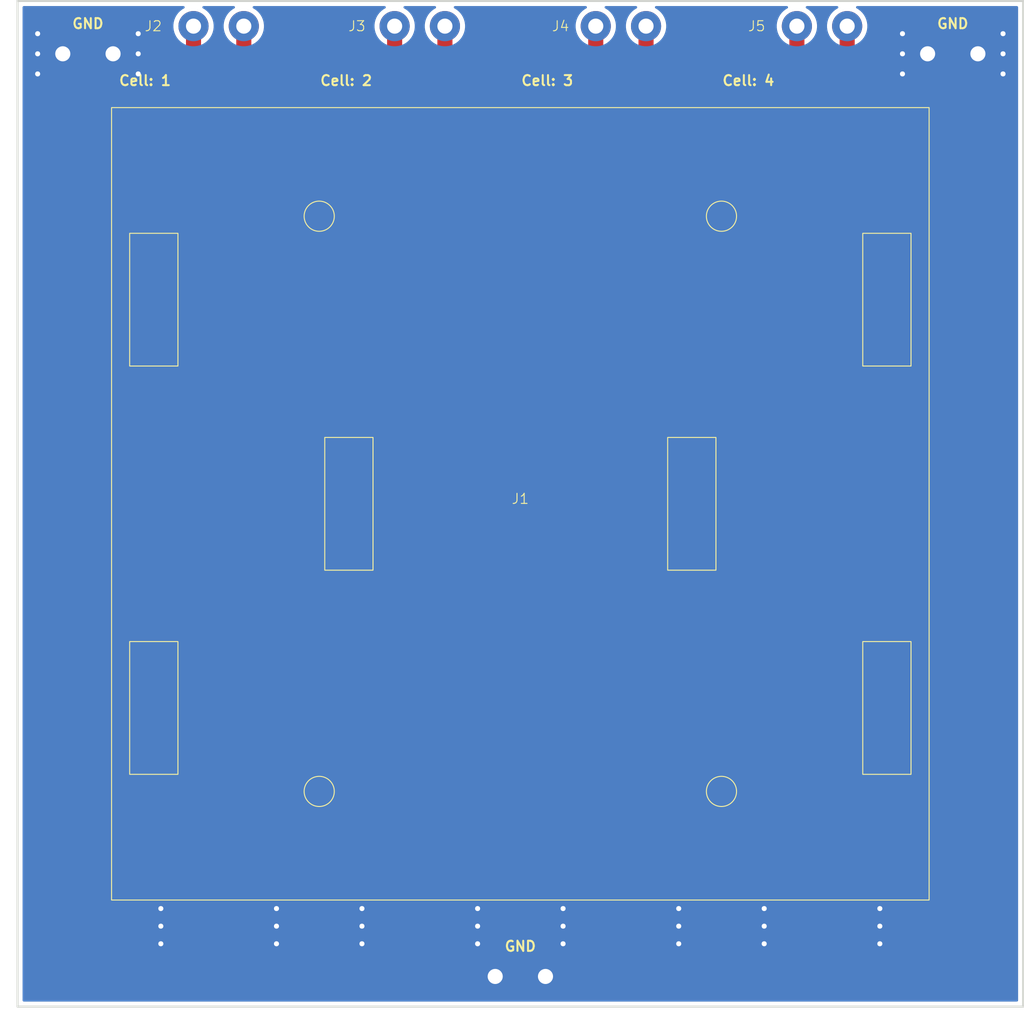
<source format=kicad_pcb>
(kicad_pcb (version 20241229) (generator "pcbnew") (generator_version "9.0")
  (layers (0 "F.Cu" signal) (2 "B.Cu" signal) (13 "F.Paste" user) (15 "B.Paste" user) (5 "F.SilkS" user "F.Silkscreen") (7 "B.SilkS" user "B.Silkscreen") (1 "F.Mask" user) (3 "B.Mask" user) (25 "Edge.Cuts" user))
  (net 0 "")
  (net 1 "Net-(J1-B1+)")
  (net 2 "Net-(J1-B2+)")
  (net 3 "Net-(J1-B3+)")
  (net 4 "Net-(J1-B4+)")
  (net 5 "GND")
  (footprint "JK_footprints:Faston_C27636945" (layer "F.Cu") (at 85.5 45)
    (property "Reference" "GND" (at 2.5 -3 0) (layer "F.SilkS") (effects (font (thickness 0.2) (bold yes))))
    (property "Value" "Conn_01x01_Pin")
    (pad "1" thru_hole circle (at 0 0) (size 3 3) (drill 1.5) (layers "*.Cu" "*.Mask") (net 5 "GND"))
    (pad "1" thru_hole circle (at 5 0) (size 3 3) (drill 1.5) (layers "*.Cu" "*.Mask") (net 5 "GND"))
  )
  (footprint "JK_footprints:Faston_C27636945" (layer "F.Cu") (at 171.5 45)
    (property "Reference" "GND" (at 2.5 -3 0) (layer "F.SilkS") (effects (font (thickness 0.2) (bold yes))))
    (property "Value" "Conn_01x01_Pin")
    (pad "1" thru_hole circle (at 0 0) (size 3 3) (drill 1.5) (layers "*.Cu" "*.Mask") (net 5 "GND"))
    (pad "1" thru_hole circle (at 5 0) (size 3 3) (drill 1.5) (layers "*.Cu" "*.Mask") (net 5 "GND"))
  )
  (footprint "JK_footprints:Faston_C27636945" (layer "F.Cu") (at 118.5 42.25)
    (property "Reference" "J3" (at -3.75 0 0) (layer "F.SilkS") (effects (font (thickness 0.1))))
    (property "Value" "Conn_01x01_Pin")
    (pad "1" thru_hole circle (at 0 0) (size 3 3) (drill 1.5) (layers "*.Cu" "*.Mask") (net 2 "Net-(J1-B2+)"))
    (pad "1" thru_hole circle (at 5 0) (size 3 3) (drill 1.5) (layers "*.Cu" "*.Mask") (net 2 "Net-(J1-B2+)"))
  )
  (footprint "JK_footprints:Faston_C27636945" (layer "F.Cu") (at 158.5 42.25)
    (property "Reference" "J5" (at -4 0 0) (layer "F.SilkS") (effects (font (thickness 0.1))))
    (property "Value" "Conn_01x01_Pin")
    (pad "1" thru_hole circle (at 0 0) (size 3 3) (drill 1.5) (layers "*.Cu" "*.Mask") (net 4 "Net-(J1-B4+)"))
    (pad "1" thru_hole circle (at 5 0) (size 3 3) (drill 1.5) (layers "*.Cu" "*.Mask") (net 4 "Net-(J1-B4+)"))
  )
  (footprint "JK_footprints:4xCellHolder_18650" (layer "F.Cu") (at 131 89.75)
    (property "Reference" "J1" (at 0 -0.5 0) (layer "F.SilkS") (effects (font (thickness 0.1))))
    (property "Value" "~")
    (fp_rect (start -40.65 -39.4) (end 40.65 39.4) (stroke (width 0.1)) (fill no) (layer "F.SilkS"))
    (fp_rect (start -38.85 -26.9) (end -34.05 -13.7) (stroke (width 0.1)) (fill no) (layer "F.SilkS"))
    (fp_rect (start -38.85 13.7) (end -34.05 26.9) (stroke (width 0.1)) (fill no) (layer "F.SilkS"))
    (fp_rect (start -19.45 -6.6) (end -14.65 6.6) (stroke (width 0.1)) (fill no) (layer "F.SilkS"))
    (fp_rect (start 14.65 -6.6) (end 19.45 6.6) (stroke (width 0.1)) (fill no) (layer "F.SilkS"))
    (fp_rect (start 34.05 -26.9) (end 38.85 -13.7) (stroke (width 0.1)) (fill no) (layer "F.SilkS"))
    (fp_rect (start 34.05 13.7) (end 38.85 26.9) (stroke (width 0.1)) (fill no) (layer "F.SilkS"))
    (fp_circle (center -20 -28.6) (end -18.5 -28.6) (stroke (width 0.1)) (fill no) (layer "F.SilkS"))
    (fp_circle (center -20 28.6) (end -18.5 28.6) (stroke (width 0.1)) (fill no) (layer "F.SilkS"))
    (fp_circle (center 20 -28.6) (end 21.5 -28.6) (stroke (width 0.1)) (fill no) (layer "F.SilkS"))
    (fp_circle (center 20 28.6) (end 21.5 28.6) (stroke (width 0.1)) (fill no) (layer "F.SilkS"))
    (pad "1" smd roundrect (at -30 -42) (size 7.8 4.8) (layers "F.Cu" "F.Mask") (roundrect_rratio 0.15) (net 1 "Net-(J1-B1+)"))
    (pad "2" smd roundrect (at -10 -42) (size 7.8 4.8) (layers "F.Cu" "F.Mask") (roundrect_rratio 0.15) (net 2 "Net-(J1-B2+)"))
    (pad "3" smd roundrect (at 10 -42) (size 7.8 4.8) (layers "F.Cu" "F.Mask") (roundrect_rratio 0.15) (net 3 "Net-(J1-B3+)"))
    (pad "4" smd roundrect (at 30 -42) (size 7.8 4.8) (layers "F.Cu" "F.Mask") (roundrect_rratio 0.15) (net 4 "Net-(J1-B4+)"))
    (pad "5" smd roundrect (at -30 42) (size 7.8 4.8) (layers "F.Cu" "F.Mask") (roundrect_rratio 0.15) (net 5 "GND"))
    (pad "6" smd roundrect (at -10 42) (size 7.8 4.8) (layers "F.Cu" "F.Mask") (roundrect_rratio 0.15) (net 5 "GND"))
    (pad "7" smd roundrect (at 10 42) (size 7.8 4.8) (layers "F.Cu" "F.Mask") (roundrect_rratio 0.15) (net 5 "GND"))
    (pad "8" smd roundrect (at 30 42) (size 7.8 4.8) (layers "F.Cu" "F.Mask") (roundrect_rratio 0.15) (net 5 "GND"))
  )
  (footprint "JK_footprints:Faston_C27636945" (layer "F.Cu") (at 98.5 42.25)
    (property "Reference" "J2" (at -4 0 0) (layer "F.SilkS") (effects (font (thickness 0.1))))
    (property "Value" "Conn_01x01_Pin")
    (pad "1" thru_hole circle (at 0 0) (size 3 3) (drill 1.5) (layers "*.Cu" "*.Mask") (net 1 "Net-(J1-B1+)"))
    (pad "1" thru_hole circle (at 5 0) (size 3 3) (drill 1.5) (layers "*.Cu" "*.Mask") (net 1 "Net-(J1-B1+)"))
  )
  (footprint "JK_footprints:Faston_C27636945" (layer "F.Cu") (at 128.5 136.75)
    (property "Reference" "GND" (at 2.5 -3 0) (layer "F.SilkS") (effects (font (thickness 0.2) (bold yes))))
    (property "Value" "Conn_01x01_Pin")
    (pad "1" thru_hole circle (at 0 0) (size 3 3) (drill 1.5) (layers "*.Cu" "*.Mask") (net 5 "GND"))
    (pad "1" thru_hole circle (at 5 0) (size 3 3) (drill 1.5) (layers "*.Cu" "*.Mask") (net 5 "GND"))
  )
  (footprint "JK_footprints:Faston_C27636945" (layer "F.Cu") (at 138.5 42.25)
    (property "Reference" "J4" (at -3.5 0 0) (layer "F.SilkS") (effects (font (thickness 0.1))))
    (property "Value" "Conn_01x01_Pin")
    (pad "1" thru_hole circle (at 0 0) (size 3 3) (drill 1.5) (layers "*.Cu" "*.Mask") (net 3 "Net-(J1-B3+)"))
    (pad "1" thru_hole circle (at 5 0) (size 3 3) (drill 1.5) (layers "*.Cu" "*.Mask") (net 3 "Net-(J1-B3+)"))
  )
  (gr_rect (start 81 39.75) (end 181 139.75) (stroke (width 0.2)) (fill no) (layer "Edge.Cuts"))
  (gr_text "Cell: 3" (at 131 48.25 0) (layer "F.SilkS") (effects (font (size 1 1) (thickness 0.2) (bold yes)) (justify left bottom)))
  (gr_text "Cell: 4" (at 151 48.25 0) (layer "F.SilkS") (effects (font (size 1 1) (thickness 0.2) (bold yes)) (justify left bottom)))
  (gr_text "Cell: 2" (at 111 48.25 0) (layer "F.SilkS") (effects (font (size 1 1) (thickness 0.2) (bold yes)) (justify left bottom)))
  (gr_text "Cell: 1" (at 91 48.25 0) (layer "F.SilkS") (effects (font (size 1 1) (thickness 0.2) (bold yes)) (justify left bottom)))
  (segment (start 98.5 42.25) (end 98.5 45.25) (width 1.5) (layer "F.Cu") (net 1))
  (segment (start 103.5 42.25) (end 103.5 45.25) (width 1.5) (layer "F.Cu") (net 1))
  (segment (start 103.5 45.25) (end 101 47.75) (width 1.5) (layer "F.Cu") (net 1))
  (segment (start 98.5 45.25) (end 101 47.75) (width 1.5) (layer "F.Cu") (net 1))
  (segment (start 118.5 45.25) (end 121 47.75) (width 1.5) (layer "F.Cu") (net 2))
  (segment (start 123.5 42.25) (end 123.5 45.25) (width 1.5) (layer "F.Cu") (net 2))
  (segment (start 123.5 45.25) (end 121 47.75) (width 1.5) (layer "F.Cu") (net 2))
  (segment (start 118.5 42.25) (end 118.5 45.25) (width 1.5) (layer "F.Cu") (net 2))
  (segment (start 143.5 45.25) (end 141 47.75) (width 1.5) (layer "F.Cu") (net 3))
  (segment (start 143.5 42.25) (end 143.5 45.25) (width 1.5) (layer "F.Cu") (net 3))
  (segment (start 138.5 42.25) (end 138.5 45.25) (width 1.5) (layer "F.Cu") (net 3))
  (segment (start 138.5 45.25) (end 141 47.75) (width 1.5) (layer "F.Cu") (net 3))
  (segment (start 158.5 45.25) (end 161 47.75) (width 1.5) (layer "F.Cu") (net 4))
  (segment (start 163.5 42.25) (end 163.5 45.25) (width 1.5) (layer "F.Cu") (net 4))
  (segment (start 163.5 45.25) (end 161 47.75) (width 1.5) (layer "F.Cu") (net 4))
  (segment (start 158.5 42.25) (end 158.5 45.25) (width 1.5) (layer "F.Cu") (net 4))
  (segment (start 88 100.365224) (end 88 45) (width 3) (layer "F.Cu") (net 5))
  (segment (start 148.928932 136.75) (end 133.5 136.75) (width 0.8) (layer "F.Cu") (net 5))
  (segment (start 161 131.75) (end 101 131.75) (width 3) (layer "F.Cu") (net 5))
  (segment (start 113.071068 136.75) (end 128.5 136.75) (width 0.8) (layer "F.Cu") (net 5))
  (segment (start 141 131.75) (end 137.767767 134.982233) (width 0.8) (layer "F.Cu") (net 5))
  (segment (start 121 131.75) (end 124.232233 134.982233) (width 0.8) (layer "F.Cu") (net 5))
  (segment (start 174 100.365224) (end 174 45.25) (width 3) (layer "F.Cu") (net 5))
  (via (at 146.75 131.75) (size 1) (drill 0.5) (layers "F.Cu" "B.Cu") (net 5))
  (via (at 95.25 133.5) (size 1) (drill 0.5) (layers "F.Cu" "B.Cu") (net 5))
  (via (at 135.25 130) (size 1) (drill 0.5) (layers "F.Cu" "B.Cu") (net 5))
  (via (at 146.75 130) (size 1) (drill 0.5) (layers "F.Cu" "B.Cu") (net 5))
  (via (at 106.75 131.75) (size 1) (drill 0.5) (layers "F.Cu" "B.Cu") (net 5))
  (via (at 146.75 133.5) (size 1) (drill 0.5) (layers "F.Cu" "B.Cu") (net 5))
  (via (at 179 47) (size 1) (drill 0.5) (layers "F.Cu" "B.Cu") (net 5))
  (via (at 83 47) (size 1) (drill 0.5) (layers "F.Cu" "B.Cu") (net 5))
  (via (at 115.25 131.75) (size 1) (drill 0.5) (layers "F.Cu" "B.Cu") (net 5))
  (via (at 169 43) (size 1) (drill 0.5) (layers "F.Cu" "B.Cu") (net 5))
  (via (at 83 45) (size 1) (drill 0.5) (layers "F.Cu" "B.Cu") (net 5))
  (via (at 155.25 130) (size 1) (drill 0.5) (layers "F.Cu" "B.Cu") (net 5))
  (via (at 106.75 130) (size 1) (drill 0.5) (layers "F.Cu" "B.Cu") (net 5))
  (via (at 169 45) (size 1) (drill 0.5) (layers "F.Cu" "B.Cu") (net 5))
  (via (at 155.25 131.75) (size 1) (drill 0.5) (layers "F.Cu" "B.Cu") (net 5))
  (via (at 93 43) (size 1) (drill 0.5) (layers "F.Cu" "B.Cu") (net 5))
  (via (at 155.25 133.5) (size 1) (drill 0.5) (layers "F.Cu" "B.Cu") (net 5))
  (via (at 135.25 133.5) (size 1) (drill 0.5) (layers "F.Cu" "B.Cu") (net 5))
  (via (at 95.25 130) (size 1) (drill 0.5) (layers "F.Cu" "B.Cu") (net 5))
  (via (at 126.75 131.75) (size 1) (drill 0.5) (layers "F.Cu" "B.Cu") (net 5))
  (via (at 169 47) (size 1) (drill 0.5) (layers "F.Cu" "B.Cu") (net 5))
  (via (at 179 45) (size 1) (drill 0.5) (layers "F.Cu" "B.Cu") (net 5))
  (via (at 93 45) (size 1) (drill 0.5) (layers "F.Cu" "B.Cu") (net 5))
  (via (at 115.25 133.5) (size 1) (drill 0.5) (layers "F.Cu" "B.Cu") (net 5))
  (via (at 126.75 130) (size 1) (drill 0.5) (layers "F.Cu" "B.Cu") (net 5))
  (via (at 95.25 131.75) (size 1) (drill 0.5) (layers "F.Cu" "B.Cu") (net 5))
  (via (at 115.25 130) (size 1) (drill 0.5) (layers "F.Cu" "B.Cu") (net 5))
  (via (at 179 43) (size 1) (drill 0.5) (layers "F.Cu" "B.Cu") (net 5))
  (via (at 106.75 133.5) (size 1) (drill 0.5) (layers "F.Cu" "B.Cu") (net 5))
  (via (at 166.75 130) (size 1) (drill 0.5) (layers "F.Cu" "B.Cu") (net 5))
  (via (at 93 47) (size 1) (drill 0.5) (layers "F.Cu" "B.Cu") (net 5))
  (via (at 83 43) (size 1) (drill 0.5) (layers "F.Cu" "B.Cu") (net 5))
  (via (at 166.75 133.5) (size 1) (drill 0.5) (layers "F.Cu" "B.Cu") (net 5))
  (via (at 135.25 131.75) (size 1) (drill 0.5) (layers "F.Cu" "B.Cu") (net 5))
  (via (at 166.75 131.75) (size 1) (drill 0.5) (layers "F.Cu" "B.Cu") (net 5))
  (via (at 126.75 133.5) (size 1) (drill 0.5) (layers "F.Cu" "B.Cu") (net 5))
  (arc (start 161 131.75) (mid 170.62141 117.350542) (end 174 100.365224) (width 3) (layer "F.Cu") (net 5))
  (arc (start 124.232233 134.982233) (mid 126.190301 136.290572) (end 128.5 136.75) (width 0.8) (layer "F.Cu") (net 5))
  (arc (start 101 131.75) (mid 91.37859 117.350543) (end 88 100.365224) (width 3) (layer "F.Cu") (net 5))
  (arc (start 101 131.75) (mid 106.538253 135.450542) (end 113.071068 136.75) (width 0.8) (layer "F.Cu") (net 5))
  (arc (start 161 131.75) (mid 155.461747 135.450542) (end 148.928932 136.75) (width 0.8) (layer "F.Cu") (net 5))
  (arc (start 137.767767 134.982233) (mid 135.809699 136.290573) (end 133.5 136.75) (width 0.8) (layer "F.Cu") (net 5))
  (zone (net 5) (net_name "GND") (layer "F.Cu") (priority 1) (connect_pads yes (clearance 0.5)) (min_thickness 0.25) (fill yes (thermal_gap 0.5) (thermal_bridge_width 0.5) (smoothing fillet) (radius 1))
    (polygon (pts (xy 94.5 128.25) (xy 107.75 128.25) (xy 107.75 135) (xy 94.5 135)))
  )
  (zone (net 5) (net_name "GND") (layer "F.Cu") (priority 2) (connect_pads yes (clearance 0.5)) (min_thickness 0.25) (fill yes (thermal_gap 0.5) (thermal_bridge_width 0.5) (smoothing fillet) (radius 1))
    (polygon (pts (xy 168 40.75) (xy 180.25 40.75) (xy 180.25 48.75) (xy 168 48.75)))
  )
  (zone (net 5) (net_name "GND") (layer "F.Cu") (priority 1) (connect_pads yes (clearance 0.5)) (min_thickness 0.25) (fill yes (thermal_gap 0.5) (thermal_bridge_width 0.5) (smoothing fillet) (radius 1))
    (polygon (pts (xy 114.5 128.25) (xy 127.75 128.25) (xy 127.75 135) (xy 114.5 135)))
  )
  (zone (net 5) (net_name "GND") (layer "F.Cu") (priority 1) (connect_pads yes (clearance 0.5)) (min_thickness 0.25) (fill yes (thermal_gap 0.5) (thermal_bridge_width 0.5) (smoothing fillet) (radius 1))
    (polygon (pts (xy 134.5 128.25) (xy 147.75 128.25) (xy 147.75 135) (xy 134.5 135)))
  )
  (zone (net 5) (net_name "GND") (layer "F.Cu") (priority 1) (connect_pads yes (clearance 0.5)) (min_thickness 0.25) (fill yes (thermal_gap 0.5) (thermal_bridge_width 0.5) (smoothing fillet) (radius 1))
    (polygon (pts (xy 154.5 128.25) (xy 167.75 128.25) (xy 167.75 135) (xy 154.5 135)))
  )
  (zone (net 5) (net_name "GND") (layer "F.Cu") (priority 2) (connect_pads yes (clearance 0.5)) (min_thickness 0.25) (fill yes (thermal_gap 0.5) (thermal_bridge_width 0.5) (smoothing fillet) (radius 1))
    (polygon (pts (xy 82 40.75) (xy 94.25 40.75) (xy 94.25 48.75) (xy 82 48.75)))
  )
  (zone (net 5) (net_name "GND") (layer "B.Cu") (connect_pads yes (clearance 0.5)) (min_thickness 0.25) (fill yes (thermal_gap 0.5) (thermal_bridge_width 0.5))
    (polygon (pts (xy 81 39.75) (xy 181 39.75) (xy 181 139.75) (xy 81 139.75)))
  )
)
</source>
